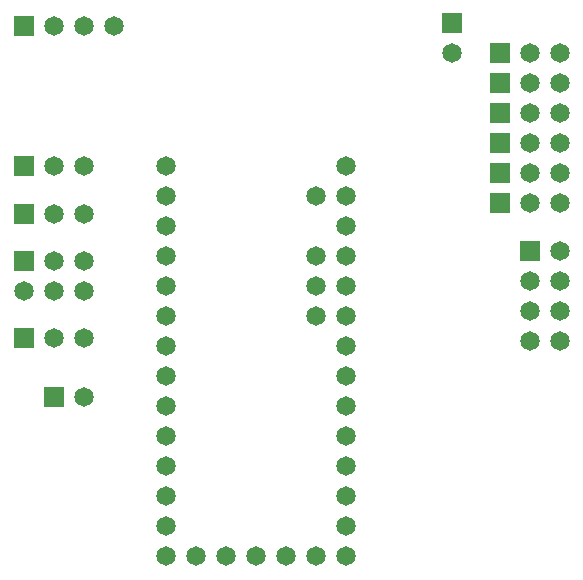
<source format=gbs>
%FSLAX25Y25*%
%MOIN*%
G04 EasyPC Gerber Version 17.0 Build 3379 *
%ADD105R,0.06506X0.06506*%
%ADD100C,0.06506*%
X0Y0D02*
D02*
D100*
X12353Y95407D03*
X22353Y79659D03*
Y95407D03*
Y105407D03*
Y121156D03*
Y136904D03*
Y183715D03*
X32353Y59974D03*
Y79659D03*
Y95407D03*
Y105407D03*
Y121156D03*
Y136904D03*
Y183715D03*
X42353D03*
X59833Y6904D03*
Y16904D03*
Y26904D03*
Y36904D03*
Y46904D03*
Y56904D03*
Y66904D03*
Y76904D03*
Y86904D03*
Y96904D03*
Y106904D03*
Y116904D03*
Y126904D03*
Y136904D03*
X69833Y6904D03*
X79833D03*
X89833D03*
X99833D03*
X109833D03*
Y86904D03*
Y96904D03*
Y106904D03*
Y126904D03*
X119833Y6904D03*
Y16904D03*
Y26904D03*
Y36904D03*
Y46904D03*
Y56904D03*
Y66904D03*
Y76904D03*
Y86904D03*
Y96904D03*
Y106904D03*
Y116904D03*
Y126904D03*
Y136904D03*
X155188Y174659D03*
X181093Y78872D03*
Y88872D03*
Y98872D03*
Y124629D03*
Y134629D03*
Y144629D03*
Y154629D03*
Y164629D03*
Y174629D03*
X191093Y78872D03*
Y88872D03*
Y98872D03*
Y108872D03*
Y124629D03*
Y134629D03*
Y144629D03*
Y154629D03*
Y164629D03*
Y174629D03*
D02*
D105*
X12353Y79659D03*
Y105407D03*
Y121156D03*
Y136904D03*
Y183715D03*
X22353Y59974D03*
X155188Y184659D03*
X171093Y124629D03*
Y134629D03*
Y144629D03*
Y154629D03*
Y164629D03*
Y174629D03*
X181093Y108872D03*
X0Y0D02*
M02*

</source>
